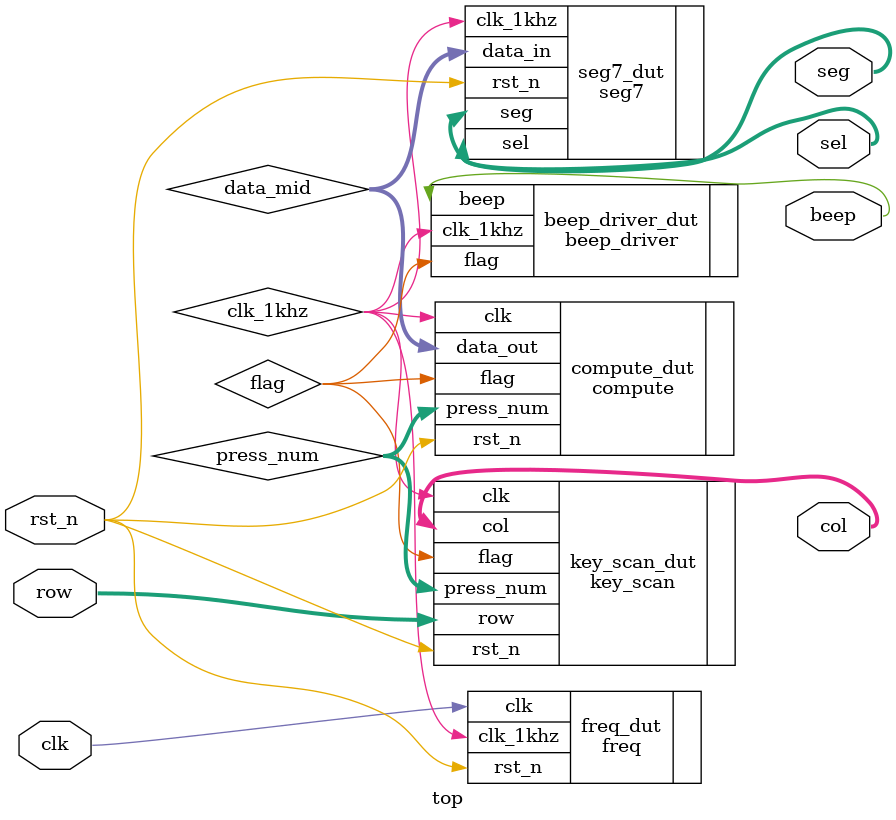
<source format=v>
module top(clk,rst_n,row,col,sel,seg, beep);
	
	input clk;
	input rst_n;
	input [3:0] row;
	
	output [3:0] col;
	output [2:0] sel;
	output [7:0] seg;
	output beep;
	
	wire flag;
	wire [23:0] data_mid;
	wire [3:0]  press_num;
	wire clk_1khz;
	
	//分频模块:产生1kHz时钟信号
	freq  freq_dut(
		.clk(clk),
		.rst_n(rst_n),
		.clk_1khz(clk_1khz)
	);

	//矩阵键盘驱动模块
	key_scan key_scan_dut(
		.clk(clk_1khz),
		.rst_n(rst_n),
		.row(row),
		.col(col),
		.flag(flag),
		.press_num(press_num)
	);
	
	//计算模块
	compute compute_dut(  //#(.cnt_num(4))
		.clk(clk_1khz),
		.rst_n(rst_n),
		.flag(flag),
		.data_out(data_mid),
		.press_num(press_num)
	);
	
//	//数码管驱动模块
//	seg_driver seg_driver_dut(
//		.clk(clk),
//		.rst_n(rst_n),
//		.data_in(data_mid),
//		.sel(sel),
//		.seg(seg)
//	);
	
	//6个数码管驱动模块：6个数码管可以显示
	seg7 seg7_dut(
		.clk_1khz(clk_1khz),
		.rst_n(rst_n),
		.data_in(data_mid),
		//.data_in(24'h190828),
		.sel(sel),
		.seg(seg)
	);
	
	beep_driver beep_driver_dut(
		.clk_1khz(clk_1khz), 
		.flag(flag), 
		.beep(beep)
	);

endmodule 
</source>
